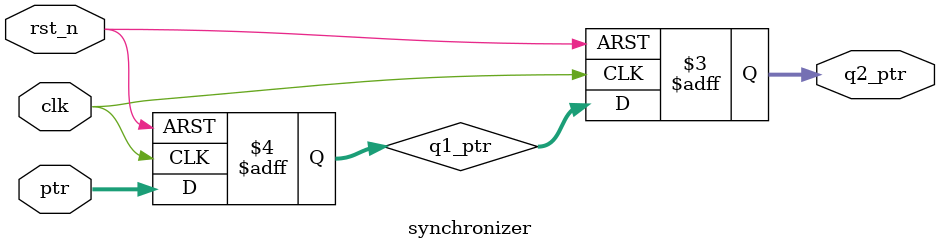
<source format=v>
module synchronizer #(parameter ADDRSIZE = 4)
	(input [ADDRSIZE:0] ptr,
	 input clk, rst_n,
	 output reg [ADDRSIZE:0] q2_ptr);
	 // synchronizer module
	reg [ADDRSIZE:0] q1_ptr;
	always @(posedge clk or negedge rst_n) begin
		if (!rst_n) {q2_ptr,q1_ptr} <= 0;
		else {q2_ptr,q1_ptr} <= {q1_ptr,ptr};
	end
endmodule
</source>
